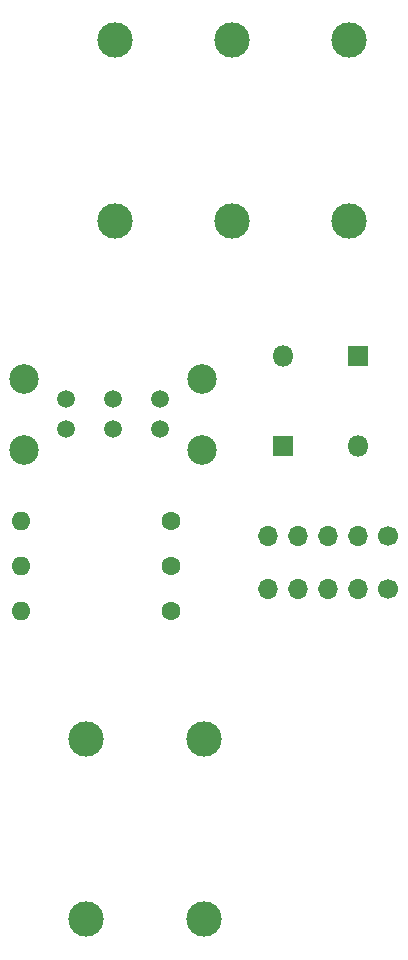
<source format=gts>
%TF.GenerationSoftware,KiCad,Pcbnew,(5.1.8-0-10_14)*%
%TF.CreationDate,2021-07-14T10:20:26+01:00*%
%TF.ProjectId,transistor-matcher,7472616e-7369-4737-946f-722d6d617463,rev?*%
%TF.SameCoordinates,Original*%
%TF.FileFunction,Soldermask,Top*%
%TF.FilePolarity,Negative*%
%FSLAX46Y46*%
G04 Gerber Fmt 4.6, Leading zero omitted, Abs format (unit mm)*
G04 Created by KiCad (PCBNEW (5.1.8-0-10_14)) date 2021-07-14 10:20:26*
%MOMM*%
%LPD*%
G01*
G04 APERTURE LIST*
%ADD10C,3.000000*%
%ADD11R,1.800000X1.800000*%
%ADD12O,1.800000X1.800000*%
%ADD13O,1.700000X1.700000*%
%ADD14C,1.700000*%
%ADD15C,1.600000*%
%ADD16O,1.600000X1.600000*%
%ADD17C,1.500000*%
%ADD18C,2.500000*%
G04 APERTURE END LIST*
D10*
%TO.C,J1*%
X92456000Y-57150000D03*
X92456000Y-41850000D03*
%TD*%
%TO.C,J2*%
X102362000Y-57150000D03*
X102362000Y-41850000D03*
%TD*%
%TO.C,J3*%
X112268000Y-57150000D03*
X112268000Y-41850000D03*
%TD*%
%TO.C,J4*%
X90000000Y-100965000D03*
X90000000Y-116265000D03*
%TD*%
%TO.C,J7*%
X100000000Y-100950000D03*
X100000000Y-116250000D03*
%TD*%
D11*
%TO.C,D1*%
X113030000Y-68580000D03*
D12*
X113030000Y-76200000D03*
%TD*%
%TO.C,D2*%
X106680000Y-68580000D03*
D11*
X106680000Y-76200000D03*
%TD*%
D13*
%TO.C,J5*%
X105410000Y-83820000D03*
X107950000Y-83820000D03*
X110490000Y-83820000D03*
X113030000Y-83820000D03*
D14*
X115570000Y-83820000D03*
%TD*%
%TO.C,J6*%
X115570000Y-88265000D03*
D13*
X113030000Y-88265000D03*
X110490000Y-88265000D03*
X107950000Y-88265000D03*
X105410000Y-88265000D03*
%TD*%
D15*
%TO.C,R1*%
X97155000Y-82550000D03*
D16*
X84455000Y-82550000D03*
%TD*%
%TO.C,R2*%
X84455000Y-86360000D03*
D15*
X97155000Y-86360000D03*
%TD*%
%TO.C,R3*%
X97155000Y-90170000D03*
D16*
X84455000Y-90170000D03*
%TD*%
D17*
%TO.C,SW1*%
X88265000Y-72235000D03*
X92265000Y-72235000D03*
X96265000Y-72235000D03*
X88265000Y-74735000D03*
X92265000Y-74735000D03*
X96265000Y-74735000D03*
D18*
X84765000Y-70485000D03*
X84765000Y-76485000D03*
X99765000Y-70485000D03*
X99765000Y-76485000D03*
%TD*%
M02*

</source>
